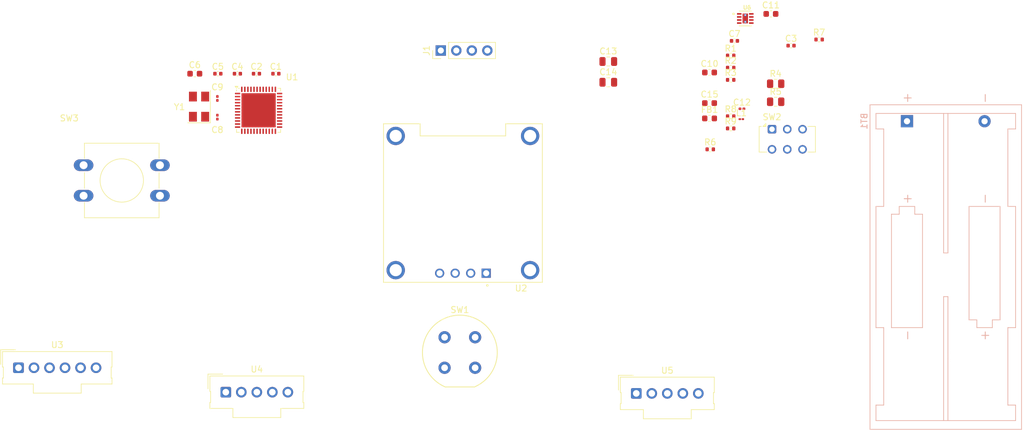
<source format=kicad_pcb>
(kicad_pcb (version 20240108) (generator "pcbnew") (generator_version "8.0")
  (layers (0 "F.Cu" signal) (31 "B.Cu" signal) (34 "B.Paste" user) (35 "F.Paste" user) (36 "B.SilkS" user "B.Silkscreen") (37 "F.SilkS" user "F.Silkscreen") (38 "B.Mask" user) (39 "F.Mask" user) (44 "Edge.Cuts" user))
  (net 0 "")
  (net 1 "Net-(BT1-+)")
  (net 2 "GND")
  (net 3 "+STEP_UP_3.3V")
  (net 4 "Net-(C7-Pad1)")
  (net 5 "/HSE_OUT")
  (net 6 "/HSE_IN")
  (net 7 "DISPLAY_BUTTON_INPUT")
  (net 8 "/STEP_UP_3.3V")
  (net 9 "FB")
  (net 10 "Net-(U1-VCAP1)")
  (net 11 "Net-(U6-AGND)")
  (net 12 "/SWCLK")
  (net 13 "/SWDIO")
  (net 14 "Net-(L1-Pad2)")
  (net 15 "Net-(U3-EN)")
  (net 16 "Net-(R2-Pad2)")
  (net 17 "ADC1_IN0_BATT_VOLTAGE")
  (net 18 "EN")
  (net 19 "Net-(SW2A-B)")
  (net 20 "RESET_PIN")
  (net 21 "/BOOT0")
  (net 26 "I2C1_SCL")
  (net 27 "I2C1_SDA")
  (net 29 "ADC1_IN1_SPEED_CONTROL")
  (net 30 "USART1_TX")
  (net 44 "HM_10_STATE")
  (net 50 "USART1_RX")
  (net 52 "ADC1_IN2_ANGLE_CONTROL")
  (footprint "Inductor_SMD:L_0603_1608Metric" (layer "F.Cu") (at 158.975 62.13)
    (property "Reference" "FB1" (at 0 -1.43 0) (layer "F.SilkS"))
    (property "Value" "FerriteBead")
    (fp_line (start -0.162779 -0.51) (end 0.162779 -0.51) (stroke (width 0.12)) (layer "F.SilkS"))
    (fp_line (start -0.162779 0.51) (end 0.162779 0.51) (stroke (width 0.12)) (layer "F.SilkS"))
    (pad "1" smd roundrect (at -0.7875 0) (size 0.875 0.95) (layers "F.Cu" "F.Paste" "F.Mask") (net 11 "Net-(U6-AGND)"))
    (pad "2" smd roundrect (at 0.7875 0) (size 0.875 0.95) (layers "F.Cu" "F.Paste" "F.Mask") (net 2 "GND"))
  )
  (footprint "Capacitor_SMD:C_0402_1005Metric" (layer "F.Cu") (at 81.68 54.8)
    (property "Reference" "C4" (at 0 -1.16 0) (layer "F.SilkS"))
    (property "Value" "100n")
    (fp_line (start -0.107836 -0.36) (end 0.107836 -0.36) (stroke (width 0.12)) (layer "F.SilkS"))
    (fp_line (start -0.107836 0.36) (end 0.107836 0.36) (stroke (width 0.12)) (layer "F.SilkS"))
    (pad "1" smd roundrect (at -0.48 0) (size 0.56 0.62) (layers "F.Cu" "F.Paste" "F.Mask") (net 3 "+STEP_UP_3.3V"))
    (pad "2" smd roundrect (at 0.48 0) (size 0.56 0.62) (layers "F.Cu" "F.Paste" "F.Mask") (net 2 "GND"))
  )
  (footprint "Capacitor_SMD:C_0201_0603Metric" (layer "F.Cu") (at 78.4 58.855 90)
    (property "Reference" "C9" (at 1.855 0 0) (layer "F.SilkS"))
    (property "Value" "20p")
    (pad "1" smd roundrect (at -0.32 0 90) (size 0.46 0.4) (layers "F.Cu" "F.Mask") (net 6 "/HSE_IN"))
    (pad "2" smd roundrect (at 0.32 0 90) (size 0.46 0.4) (layers "F.Cu" "F.Mask") (net 2 "GND"))
  )
  (footprint "Capacitor_SMD:C_0402_1005Metric" (layer "F.Cu") (at 163.055 49.42)
    (property "Reference" "C7" (at 0 -1.16 0) (layer "F.SilkS"))
    (property "Value" "100n")
    (fp_line (start -0.107836 -0.36) (end 0.107836 -0.36) (stroke (width 0.12)) (layer "F.SilkS"))
    (fp_line (start -0.107836 0.36) (end 0.107836 0.36) (stroke (width 0.12)) (layer "F.SilkS"))
    (pad "1" smd roundrect (at -0.48 0) (size 0.56 0.62) (layers "F.Cu" "F.Paste" "F.Mask") (net 4 "Net-(C7-Pad1)"))
    (pad "2" smd roundrect (at 0.48 0) (size 0.56 0.62) (layers "F.Cu" "F.Paste" "F.Mask") (net 2 "GND"))
  )
  (footprint "Package_DFN_QFN:QFN-48-1EP_7x7mm_P0.5mm_EP5.6x5.6mm" (layer "F.Cu") (at 85.15 60.8)
    (property "Reference" "U1" (at 5.48 -5.43 0) (layer "F.SilkS"))
    (property "Value" "STM32F401CCU6")
    (fp_line (start -3.61 -3.135) (end -3.61 -3.37) (stroke (width 0.12)) (layer "F.SilkS"))
    (fp_line (start -3.61 3.61) (end -3.61 3.135) (stroke (width 0.12)) (layer "F.SilkS"))
    (fp_line (start -3.135 -3.61) (end -3.31 -3.61) (stroke (width 0.12)) (layer "F.SilkS"))
    (fp_line (start -3.135 3.61) (end -3.61 3.61) (stroke (width 0.12)) (layer "F.SilkS"))
    (fp_line (start 3.135 -3.61) (end 3.61 -3.61) (stroke (width 0.12)) (layer "F.SilkS"))
    (fp_line (start 3.135 3.61) (end 3.61 3.61) (stroke (width 0.12)) (layer "F.SilkS"))
    (fp_line (start 3.61 -3.61) (end 3.61 -3.135) (stroke (width 0.12)) (layer "F.SilkS"))
    (fp_line (start 3.61 3.61) (end 3.61 3.135) (stroke (width 0.12)) (layer "F.SilkS"))
    (fp_poly (pts (xy -3.61 -3.61) (xy -3.85 -3.94) (xy -3.37 -3.94) (xy -3.61 -3.61)) (stroke (width 0.12)) (fill solid) (layer "F.SilkS"))
    (pad "1" smd roundrect (at -3.4375 -2.75) (size 0.875 0.25) (layers "F.Cu" "F.Paste" "F.Mask") (net 3 "+STEP_UP_3.3V"))
    (pad "2" smd roundrect (at -3.4375 -2.25) (size 0.875 0.25) (layers "F.Cu" "F.Paste" "F.Mask"))
    (pad "3" smd roundrect (at -3.4375 -1.75) (size 0.875 0.25) (layers "F.Cu" "F.Paste" "F.Mask"))
    (pad "4" smd roundrect (at -3.4375 -1.25) (size 0.875 0.25) (layers "F.Cu" "F.Paste" "F.Mask"))
    (pad "5" smd roundrect (at -3.4375 -0.75) (size 0.875 0.25) (layers "F.Cu" "F.Paste" "F.Mask") (net 6 "/HSE_IN"))
    (pad "6" smd roundrect (at -3.4375 -0.25) (size 0.875 0.25) (layers "F.Cu" "F.Paste" "F.Mask") (net 5 "/HSE_OUT"))
    (pad "7" smd roundrect (at -3.4375 0.25) (size 0.875 0.25) (layers "F.Cu" "F.Paste" "F.Mask") (net 20 "RESET_PIN"))
    (pad "8" smd roundrect (at -3.4375 0.75) (size 0.875 0.25) (layers "F.Cu" "F.Paste" "F.Mask") (net 2 "GND"))
    (pad "9" smd roundrect (at -3.4375 1.25) (size 0.875 0.25) (layers "F.Cu" "F.Paste" "F.Mask"))
    (pad "10" smd roundrect (at -3.4375 1.75) (size 0.875 0.25) (layers "F.Cu" "F.Paste" "F.Mask") (net 17 "ADC1_IN0_BATT_VOLTAGE"))
    (pad "11" smd roundrect (at -3.4375 2.25) (size 0.875 0.25) (layers "F.Cu" "F.Paste" "F.Mask") (net 29 "ADC1_IN1_SPEED_CONTROL"))
    (pad "12" smd roundrect (at -3.4375 2.75) (size 0.875 0.25) (layers "F.Cu" "F.Paste" "F.Mask") (net 52 "ADC1_IN2_ANGLE_CONTROL"))
    (pad "13" smd roundrect (at -2.75 3.4375) (size 0.25 0.875) (layers "F.Cu" "F.Paste" "F.Mask"))
    (pad "14" smd roundrect (at -2.25 3.4375) (size 0.25 0.875) (layers "F.Cu" "F.Paste" "F.Mask") (net 7 "DISPLAY_BUTTON_INPUT"))
    (pad "15" smd roundrect (at -1.75 3.4375) (size 0.25 0.875) (layers "F.Cu" "F.Paste" "F.Mask") (net 44 "HM_10_STATE"))
    (pad "16" smd roundrect (at -1.25 3.4375) (size 0.25 0.875) (layers "F.Cu" "F.Paste" "F.Mask"))
    (pad "17" smd roundrect (at -0.75 3.4375) (size 0.25 0.875) (layers "F.Cu" "F.Paste" "F.Mask"))
    (pad "18" smd roundrect (at -0.25 3.4375) (size 0.25 0.875) (layers "F.Cu" "F.Paste" "F.Mask"))
    (pad "19" smd roundrect (at 0.25 3.4375) (size 0.25 0.875) (layers "F.Cu" "F.Paste" "F.Mask"))
    (pad "20" smd roundrect (at 0.75 3.4375) (size 0.25 0.875) (layers "F.Cu" "F.Paste" "F.Mask"))
    (pad "21" smd roundrect (at 1.25 3.4375) (size 0.25 0.875) (layers "F.Cu" "F.Paste" "F.Mask"))
    (pad "22" smd roundrect (at 1.75 3.4375) (size 0.25 0.875) (layers "F.Cu" "F.Paste" "F.Mask") (net 10 "Net-(U1-VCAP1)"))
    (pad "23" smd roundrect (at 2.25 3.4375) (size 0.25 0.875) (layers "F.Cu" "F.Paste" "F.Mask") (net 2 "GND"))
    (pad "24" smd roundrect (at 2.75 3.4375) (size 0.25 0.875) (layers "F.Cu" "F.Paste" "F.Mask") (net 3 "+STEP_UP_3.3V"))
    (pad "25" smd roundrect (at 3.4375 2.75) (size 0.875 0.25) (layers "F.Cu" "F.Paste" "F.Mask"))
    (pad "26" smd roundrect (at 3.4375 2.25) (size 0.875 0.25) (layers "F.Cu" "F.Paste" "F.Mask"))
    (pad "27" smd roundrect (at 3.4375 1.75) (size 0.875 0.25) (layers "F.Cu" "F.Paste" "F.Mask"))
    (pad "28" smd roundrect (at 3.4375 1.25) (size 0.875 0.25) (layers "F.Cu" "F.Paste" "F.Mask"))
    (pad "29" smd roundrect (at 3.4375 0.75) (size 0.875 0.25) (layers "F.Cu" "F.Paste" "F.Mask"))
    (pad "30" smd roundrect (at 3.4375 0.25) (size 0.875 0.25) (layers "F.Cu" "F.Paste" "F.Mask") (net 30 "USART1_TX"))
    (pad "31" smd roundrect (at 3.4375 -0.25) (size 0.875 0.25) (layers "F.Cu" "F.Paste" "F.Mask") (net 50 "USART1_RX"))
    (pad "32" smd roundrect (at 3.4375 -0.75) (size 0.875 0.25) (layers "F.Cu" "F.Paste" "F.Mask"))
    (pad "33" smd roundrect (at 3.4375 -1.25) (size 0.875 0.25) (layers "F.Cu" "F.Paste" "F.Mask"))
    (pad "34" smd roundrect (at 3.4375 -1.75) (size 0.875 0.25) (layers "F.Cu" "F.Paste" "F.Mask") (net 13 "/SWDIO"))
    (pad "35" smd roundrect (at 3.4375 -2.25) (size 0.875 0.25) (layers "F.Cu" "F.Paste" "F.Mask") (net 2 "GND"))
    (pad "36" smd roundrect (at 3.4375 -2.75) (size 0.875 0.25) (layers "F.Cu" "F.Paste" "F.Mask") (net 3 "+STEP_UP_3.3V"))
    (pad "37" smd roundrect (at 2.75 -3.4375) (size 0.25 0.875) (layers "F.Cu" "F.Paste" "F.Mask") (net 12 "/SWCLK"))
    (pad "38" smd roundrect (at 2.25 -3.4375) (size 0.25 0.875) (layers "F.Cu" "F.Paste" "F.Mask"))
    (pad "39" smd roundrect (at 1.75 -3.4375) (size 0.25 0.875) (layers "F.Cu" "F.Paste" "F.Mask"))
    (pad "40" smd roundrect (at 1.25 -3.4375) (size 0.25 0.875) (layers "F.Cu" "F.Paste" "F.Mask"))
    (pad "41" smd roundrect (at 0.75 -3.4375) (size 0.25 0.875) (layers "F.Cu" "F.Paste" "F.Mask"))
    (pad "42" smd roundrect (at 0.25 -3.4375) (size 0.25 0.875) (layers "F.Cu" "F.Paste" "F.Mask") (net 27 "I2C1_SDA"))
    (pad "43" smd roundrect (at -0.25 -3.4375) (size 0.25 0.875) (layers "F.Cu" "F.Paste" "F.Mask") (net 26 "I2C1_SCL"))
    (pad "44" smd roundrect (at -0.75 -3.4375) (size 0.25 0.875) (layers "F.Cu" "F.Paste" "F.Mask") (net 21 "/BOOT0"))
    (pad "45" smd roundrect (at -1.25 -3.4375) (size 0.25 0.875) (layers "F.Cu" "F.Paste" "F.Mask"))
    (pad "46" smd roundrect (at -1.75 -3.4375) (size 0.25 0.875) (layers "F.Cu" "F.Paste" "F.Mask"))
    (pad "47" smd roundrect (at -2.25 -3.4375) (size 0.25 0.875) (layers "F.Cu" "F.Paste" "F.Mask") (net 2 "GND"))
    (pad "48" smd roundrect (at -2.75 -3.4375) (size 0.25 0.875) (layers "F.Cu" "F.Paste" "F.Mask") (net 3 "+STEP_UP_3.3V"))
    (pad "49" smd rect (at 0 0) (size 5.6 5.6) (property pad_prop_heatsink) (layers "F.Cu" "F.Mask") (net 2 "GND"))
  )
  (footprint "OLED-DISPLAY-128x64:MODULE_DM-OLED096-636" (layer "F.Cu") (at 118.6 76 180)
    (property "Reference" "U2" (at -9.525 -13.97 180) (layer "F.SilkS"))
    (property "Value" "OLED DISPLAY")
    (fp_line (start 13 13) (end 7 13) (stroke (width 0.127)) (layer "F.SilkS"))
    (fp_line (start 13 -13) (end 13 13) (stroke (width 0.127)) (layer "F.SilkS"))
    (fp_line (start 7 13) (end 7 11) (stroke (width 0.127)) (layer "F.SilkS"))
    (fp_line (start 7 11) (end -7 11) (stroke (width 0.127)) (layer "F.SilkS"))
    (fp_line (start -7 13) (end -13 13) (stroke (width 0.127)) (layer "F.SilkS"))
    (fp_line (start -7 11) (end -7 13) (stroke (width 0.127)) (layer "F.SilkS"))
    (fp_line (start -13 13) (end -13 -13) (stroke (width 0.127)) (layer "F.SilkS"))
    (fp_line (start -13 -13) (end 13 -13) (stroke (width 0.127)) (layer "F.SilkS"))
    (fp_circle (center -4 -13.5) (end -3.9 -13.5) (stroke (width 0.2)) (fill none) (layer "F.SilkS"))
    (pad "1" thru_hole rect (at -3.81 -11.5 180) (size 1.508 1.508) (drill 1) (layers "*.Cu" "*.Mask") (net 2 "GND"))
    (pad "2" thru_hole circle (at -1.27 -11.5 180) (size 1.508 1.508) (drill 1) (layers "*.Cu" "*.Mask") (net 3 "+STEP_UP_3.3V"))
    (pad "3" thru_hole circle (at 1.27 -11.5 180) (size 1.508 1.508) (drill 1) (layers "*.Cu" "*.Mask") (net 27 "I2C1_SDA"))
    (pad "4" thru_hole circle (at 3.81 -11.5 180) (size 1.508 1.508) (drill 1) (layers "*.Cu" "*.Mask") (net 26 "I2C1_SCL"))
    (pad "S1" thru_hole circle (at -11 -11 180) (size 3 3) (drill 2) (layers "*.Cu" "*.Mask"))
    (pad "S2" thru_hole circle (at 11 -11 180) (size 3 3) (drill 2) (layers "*.Cu" "*.Mask"))
    (pad "S3" thru_hole circle (at 11 11 180) (size 3 3) (drill 2) (layers "*.Cu" "*.Mask"))
    (pad "S4" thru_hole circle (at -11 11 180) (size 3 3) (drill 2) (layers "*.Cu" "*.Mask"))
  )
  (footprint "Connector_Molex:Molex_SL_171971-0005_1x05_P2.54mm_Vertical" (layer "F.Cu") (at 79.78 107)
    (property "Reference" "U4" (at 5.08 -3.75 0) (layer "F.SilkS"))
    (property "Value" "~")
    (fp_line (start -2.91 -2.96) (end -0.5 -2.96) (stroke (width 0.12)) (layer "F.SilkS"))
    (fp_line (start -2.91 -0.55) (end -2.91 -2.96) (stroke (width 0.12)) (layer "F.SilkS"))
    (fp_line (start -2.61 -2.66) (end -2.61 -0.13) (stroke (width 0.12)) (layer "F.SilkS"))
    (fp_line (start -2.61 -0.13) (end -2.48 -0.13) (stroke (width 0.12)) (layer "F.SilkS"))
    (fp_line (start -2.61 1.68) (end -2.61 2.66) (stroke (width 0.12)) (layer "F.SilkS"))
    (fp_line (start -2.61 2.66) (end 1.16 2.66) (stroke (width 0.12)) (layer "F.SilkS"))
    (fp_line (start -2.48 -0.13) (end -2.48 1.68) (stroke (width 0.12)) (layer "F.SilkS"))
    (fp_line (start -2.48 1.68) (end -2.61 1.68) (stroke (width 0.12)) (layer "F.SilkS"))
    (fp_line (start 1.16 2.66) (end 1.16 4.16) (stroke (width 0.12)) (layer "F.SilkS"))
    (fp_line (start 1.16 4.16) (end 9 4.16) (stroke (width 0.12)) (layer "F.SilkS"))
    (fp_line (start 9 2.66) (end 12.77 2.66) (stroke (width 0.12)) (layer "F.SilkS"))
    (fp_line (start 9 4.16) (end 9 2.66) (stroke (width 0.12)) (layer "F.SilkS"))
    (fp_line (start 12.64 -0.13) (end 12.77 -0.13) (stroke (width 0.12)) (layer "F.SilkS"))
    (fp_line (start 12.64 1.68) (end 12.64 -0.13) (stroke (width 0.12)) (layer "F.SilkS"))
    (fp_line (start 12.77 -2.66) (end -2.61 -2.66) (stroke (width 0.12)) (layer "F.SilkS"))
    (fp_line (start 12.77 -0.13) (end 12.77 -2.66) (stroke (width 0.12)) (layer "F.SilkS"))
    (fp_line (start 12.77 1.68) (end 12.64 1.68) (stroke (width 0.12)) (layer "F.SilkS"))
    (fp_line (start 12.77 2.66) (end 12.77 1.68) (stroke (width 0.12)) (layer "F.SilkS"))
    (pad "1" thru_hole roundrect (at 0 0) (size 1.74 1.74) (drill 1.09) (layers "*.Cu" "*.Mask") (roundrect_rratio 0.143678) (net 3 "+STEP_UP_3.3V"))
    (pad "2" thru_hole circle (at 2.54 0) (size 1.74 1.74) (drill 1.09) (layers "*.Cu" "*.Mask") (net 29 "ADC1_IN1_SPEED_CONTROL"))
    (pad "3" thru_hole circle (at 5.08 0) (size 1.74 1.74) (drill 1.09) (layers "*.Cu" "*.Mask"))
    (pad "4" thru_hole circle (at 7.62 0) (size 1.74 1.74) (drill 1.09) (layers "*.Cu" "*.Mask"))
    (pad "5" thru_hole circle (at 10.16 0) (size 1.74 1.74) (drill 1.09) (layers "*.Cu" "*.Mask") (net 2 "GND"))
  )
  (footprint "Capacitor_SMD:C_0603_1608Metric" (layer "F.Cu") (at 158.975 54.6)
    (property "Reference" "C10" (at 0 -1.43 0) (layer "F.SilkS"))
    (property "Value" "1u")
    (fp_line (start -0.14058 -0.51) (end 0.14058 -0.51) (stroke (width 0.12)) (layer "F.SilkS"))
    (fp_line (start -0.14058 0.51) (end 0.14058 0.51) (stroke (width 0.12)) (layer "F.SilkS"))
    (pad "1" smd roundrect (at -0.775 0) (size 0.9 0.95) (layers "F.Cu" "F.Paste" "F.Mask") (net 7 "DISPLAY_BUTTON_INPUT"))
    (pad "2" smd roundrect (at 0.775 0) (size 0.9 0.95) (layers "F.Cu" "F.Paste" "F.Mask") (net 2 "GND"))
  )
  (footprint "Capacitor_SMD:C_0603_1608Metric" (layer "F.Cu") (at 158.975 59.62)
    (property "Reference" "C15" (at 0 -1.43 0) (layer "F.SilkS"))
    (property "Value" "2,2u")
    (fp_line (start -0.14058 -0.51) (end 0.14058 -0.51) (stroke (width 0.12)) (layer "F.SilkS"))
    (fp_line (start -0.14058 0.51) (end 0.14058 0.51) (stroke (width 0.12)) (layer "F.SilkS"))
    (pad "1" smd roundrect (at -0.775 0) (size 0.9 0.95) (layers "F.Cu" "F.Paste" "F.Mask") (net 10 "Net-(U1-VCAP1)"))
    (pad "2" smd roundrect (at 0.775 0) (size 0.9 0.95) (layers "F.Cu" "F.Paste" "F.Mask") (net 2 "GND"))
  )
  (footprint "Resistor_SMD:R_0402_1005Metric" (layer "F.Cu") (at 162.435 51.83)
    (property "Reference" "R1" (at 0 -1.17 0) (layer "F.SilkS"))
    (property "Value" "10k")
    (fp_line (start -0.153641 -0.38) (end 0.153641 -0.38) (stroke (width 0.12)) (layer "F.SilkS"))
    (fp_line (start -0.153641 0.38) (end 0.153641 0.38) (stroke (width 0.12)) (layer "F.SilkS"))
    (pad "1" smd roundrect (at -0.51 0) (size 0.54 0.64) (layers "F.Cu" "F.Paste" "F.Mask") (net 3 "+STEP_UP_3.3V"))
    (pad "2" smd roundrect (at 0.51 0) (size 0.54 0.64) (layers "F.Cu" "F.Paste" "F.Mask") (net 15 "Net-(U3-EN)"))
  )
  (footprint "Capacitor_SMD:C_0805_2012Metric" (layer "F.Cu") (at 142.4 56.2)
    (property "Reference" "C14" (at 0 -1.68 0) (layer "F.SilkS"))
    (property "Value" "22u")
    (fp_line (start -0.261252 -0.735) (end 0.261252 -0.735) (stroke (width 0.12)) (layer "F.SilkS"))
    (fp_line (start -0.261252 0.735) (end 0.261252 0.735) (stroke (width 0.12)) (layer "F.SilkS"))
    (pad "1" smd roundrect (at -0.95 0) (size 1 1.45) (layers "F.Cu" "F.Paste" "F.Mask") (net 8 "/STEP_UP_3.3V"))
    (pad "2" smd roundrect (at 0.95 0) (size 1 1.45) (layers "F.Cu" "F.Paste" "F.Mask") (net 2 "GND"))
  )
  (footprint "Resistor_SMD:R_0402_1005Metric" (layer "F.Cu") (at 162.435 55.81)
    (property "Reference" "R3" (at 0 -1.17 0) (layer "F.SilkS"))
    (property "Value" "10K")
    (fp_line (start -0.153641 -0.38) (end 0.153641 -0.38) (stroke (width 0.12)) (layer "F.SilkS"))
    (fp_line (start -0.153641 0.38) (end 0.153641 0.38) (stroke (width 0.12)) (layer "F.SilkS"))
    (pad "1" smd roundrect (at -0.51 0) (size 0.54 0.64) (layers "F.Cu" "F.Paste" "F.Mask") (net 16 "Net-(R2-Pad2)"))
    (pad "2" smd roundrect (at 0.51 0) (size 0.54 0.64) (layers "F.Cu" "F.Paste" "F.Mask") (net 7 "DISPLAY_BUTTON_INPUT"))
  )
  (footprint "Resistor_SMD:R_0805_2012Metric" (layer "F.Cu") (at 169.8 56.45)
    (property "Reference" "R4" (at 0 -1.65 0) (layer "F.SilkS"))
    (property "Value" "316K")
    (fp_line (start -0.227064 -0.735) (end 0.227064 -0.735) (stroke (width 0.12)) (layer "F.SilkS"))
    (fp_line (start -0.227064 0.735) (end 0.227064 0.735) (stroke (width 0.12)) (layer "F.SilkS"))
    (pad "1" smd roundrect (at -0.9125 0) (size 1.025 1.4) (layers "F.Cu" "F.Paste" "F.Mask") (roundrect_rratio 0.243902) (net 8 "/STEP_UP_3.3V"))
    (pad "2" smd roundrect (at 0.9125 0) (size 1.025 1.4) (layers "F.Cu" "F.Paste" "F.Mask") (roundrect_rratio 0.243902) (net 9 "FB"))
  )
  (footprint "Capacitor_SMD:C_0201_0603Metric" (layer "F.Cu") (at 78.4 61.92 90)
    (property "Reference" "C8" (at -2.08 0 0) (layer "F.SilkS"))
    (property "Value" "20p")
    (pad "1" smd roundrect (at -0.32 0 90) (size 0.46 0.4) (layers "F.Cu" "F.Mask") (net 5 "/HSE_OUT"))
    (pad "2" smd roundrect (at 0.32 0 90) (size 0.46 0.4) (layers "F.Cu" "F.Mask") (net 2 "GND"))
  )
  (footprint "Capacitor_SMD:C_0603_1608Metric" (layer "F.Cu") (at 169.025 45)
    (property "Reference" "C11" (at 0 -1.43 0) (layer "F.SilkS"))
    (property "Value" "10u")
    (fp_line (start -0.14058 -0.51) (end 0.14058 -0.51) (stroke (width 0.12)) (layer "F.SilkS"))
    (fp_line (start -0.14058 0.51) (end 0.14058 0.51) (stroke (width 0.12)) (layer "F.SilkS"))
    (pad "1" smd roundrect (at -0.775 0) (size 0.9 0.95) (layers "F.Cu" "F.Paste" "F.Mask") (net 1 "Net-(BT1-+)"))
    (pad "2" smd roundrect (at 0.775 0) (size 0.9 0.95) (layers "F.Cu" "F.Paste" "F.Mask") (net 2 "GND"))
  )
  (footprint "Resistor_SMD:R_0402_1005Metric" (layer "F.Cu") (at 162.435 61.78)
    (property "Reference" "R8" (at 0 -1.17 0) (layer "F.SilkS"))
    (property "Value" "10K")
    (fp_line (start -0.153641 -0.38) (end 0.153641 -0.38) (stroke (width 0.12)) (layer "F.SilkS"))
    (fp_line (start -0.153641 0.38) (end 0.153641 0.38) (stroke (width 0.12)) (layer "F.SilkS"))
    (pad "1" smd roundrect (at -0.51 0) (size 0.54 0.64) (layers "F.Cu" "F.Paste" "F.Mask") (net 3 "+STEP_UP_3.3V"))
    (pad "2" smd roundrect (at 0.51 0) (size 0.54 0.64) (layers "F.Cu" "F.Paste" "F.Mask") (net 20 "RESET_PIN"))
  )
  (footprint "Crystal:Crystal_SMD_5032-4Pin_5.0x3.2mm" (layer "F.Cu") (at 75.4 60.2 90)
    (property "Reference" "Y1" (at -0.05 -3.2 0) (layer "F.SilkS"))
    (property "Value" "8Mhz")
    (fp_line (start -2.65 -1.85) (end -2.65 1.85) (stroke (width 0.12)) (layer "F.SilkS"))
    (fp_line (start -2.65 1.85) (end 2.65 1.85) (stroke (width 0.12)) (layer "F.SilkS"))
    (pad "1" smd rect (at -1.65 1 90) (size 1.6 1.3) (layers "F.Cu" "F.Paste" "F.Mask") (net 6 "/HSE_IN"))
    (pad "2" smd rect (at 1.65 1 90) (size 1.6 1.3) (layers "F.Cu" "F.Paste" "F.Mask") (net 2 "GND"))
    (pad "3" smd rect (at 1.65 -1 90) (size 1.6 1.3) (layers "F.Cu" "F.Paste" "F.Mask") (net 5 "/HSE_OUT"))
    (pad "4" smd rect (at -1.65 -1 90) (size 1.6 1.3) (layers "F.Cu" "F.Paste" "F.Mask") (net 2 "GND"))
  )
  (footprint "Button_Switch_THT:Push_E-Switch_KS01Q01" (layer "F.Cu") (at 115.6 98)
    (property "Reference" "SW1" (at 2.5 -4.5 0) (layer "F.SilkS"))
    (property "Value" "DISPLAY_BUTTON")
    (fp_line (start 4.89 8.14) (end 0.11 8.14) (stroke (width 0.15)) (layer "F.SilkS"))
    (fp_arc (start 0.11 8.14) (mid 2.496283 -3.625495) (end 4.896843 8.137095) (stroke (width 0.15)) (layer "F.SilkS"))
    (pad "1" thru_hole circle (at 0 0) (size 2 2) (drill 1.1) (layers "*.Cu" "*.Mask") (net 2 "GND"))
    (pad "2" thru_hole circle (at 5 0) (size 2 2) (drill 1.1) (layers "*.Cu" "*.Mask") (net 16 "Net-(R2-Pad2)"))
    (pad "3" thru_hole circle (at 0 5) (size 2 2) (drill 1.1) (layers "*.Cu" "*.Mask"))
    (pad "4" thru_hole circle (at 5 5) (size 2 2) (drill 1.1) (layers "*.Cu" "*.Mask"))
  )
  (footprint "Connector_Molex:Molex_SL_171971-0006_1x06_P2.54mm_Vertical" (layer "F.Cu") (at 45.84 103)
    (property "Reference" "U3" (at 6.35 -3.75 0) (layer "F.SilkS"))
    (property "Value" "~")
    (fp_line (start -2.91 -2.96) (end -0.5 -2.96) (stroke (width 0.12)) (layer "F.SilkS"))
    (fp_line (start -2.91 -0.55) (end -2.91 -2.96) (stroke (width 0.12)) (layer "F.SilkS"))
    (fp_line (start -2.61 -2.66) (end -2.61 -0.13) (stroke (width 0.12)) (layer "F.SilkS"))
    (fp_line (start -2.61 -0.13) (end -2.48 -0.13) (stroke (width 0.12)) (layer "F.SilkS"))
    (fp_line (start -2.61 1.68) (end -2.61 2.66) (stroke (width 0.12)) (layer "F.SilkS"))
    (fp_line (start -2.61 2.66) (end 2.43 2.66) (stroke (width 0.12)) (layer "F.SilkS"))
    (fp_line (start -2.48 -0.13) (end -2.48 1.68) (stroke (width 0.12)) (layer "F.SilkS"))
    (fp_line (start -2.48 1.68) (end -2.61 1.68) (stroke (width 0.12)) (layer "F.SilkS"))
    (fp_line (start 2.43 2.66) (end 2.43 4.16) (stroke (width 0.12)) (layer "F.SilkS"))
    (fp_line (start 2.43 4.16) (end 10.27 4.16) (stroke (width 0.12)) (layer "F.SilkS"))
    (fp_line (start 10.27 2.66) (end 15.31 2.66) (stroke (width 0.12)) (layer "F.SilkS"))
    (fp_line (start 10.27 4.16) (end 10.27 2.66) (stroke (width 0.12)) (layer "F.SilkS"))
    (fp_line (start 15.18 -0.13) (end 15.31 -0.13) (stroke (width 0.12)) (layer "F.SilkS"))
    (fp_line (start 15.18 1.68) (end 15.18 -0.13) (stroke (width 0.12)) (layer "F.SilkS"))
    (fp_line (start 15.31 -2.66) (end -2.61 -2.66) (stroke (width 0.12)) (layer "F.SilkS"))
    (fp_line (start 15.31 -0.13) (end 15.31 -2.66) (stroke (width 0.12)) (layer "F.SilkS"))
    (fp_line (start 15.31 1.68) (end 15.18 1.68) (stroke (width 0.12)) (layer "F.SilkS"))
    (fp_line (start 15.31 2.66) (end 15.31 1.68) (stroke (width 0.12)) (layer "F.SilkS"))
    (pad "1" thru_hole roundrect (at 0 0) (size 1.74 1.74) (drill 1.09) (layers "*.Cu" "*.Mask") (roundrect_rratio 0.143678) (net 2 "GND"))
    (pad "2" thru_hole circle (at 2.54 0) (size 1.74 1.74) (drill 1.09) (layers "*.Cu" "*.Mask") (net 44 "HM_10_STATE"))
    (pad "3" thru_hole circle (at 5.08 0) (size 1.74 1.74) (drill 1.09) (layers "*.Cu" "*.Mask") (net 30 "USART1_TX"))
    (pad "4" thru_hole circle (at 7.62 0) (size 1.74 1.74) (drill 1.09) (layers "*.Cu" "*.Mask") (net 50 "USART1_RX"))
    (pad "5" thru_hole circle (at 10.16 0) (size 1.74 1.74) (drill 1.09) (layers "*.Cu" "*.Mask") (net 15 "Net-(U3-EN)"))
    (pad "6" thru_hole circle (at 12.7 0) (size 1.74 1.74) (drill 1.09) (layers "*.Cu" "*.Mask") (net 3 "+STEP_UP_3.3V"))
  )
  (footprint "dc-dc_step-up:SON50P200X200X80-9N" (layer "F.Cu") (at 164.825 45.75)
    (property "Reference" "U6" (at 0.292 -1.7934 0) (layer "F.SilkS") (effects (font (size 0.64 0.64))))
    (property "Value" "TPS61021ADSGR")
    (fp_line (start -1 -1.21) (end 1 -1.21) (stroke (width 0.127)) (layer "F.SilkS"))
    (fp_line (start -1 1.21) (end 1 1.21) (stroke (width 0.127)) (layer "F.SilkS"))
    (fp_circle (center -1.925 -0.75) (end -1.825 -0.75) (stroke (width 0.2)) (fill none) (layer "F.SilkS"))
    (pad "1" smd roundrect (at -0.985 -0.75) (size 0.74 0.28) (layers "F.Cu" "F.Paste" "F.Mask") (roundrect_rratio 0.04) (net 11 "Net-(U6-AGND)"))
    (pad "2" smd roundrect (at -0.985 -0.25) (size 0.74 0.28) (layers "F.Cu" "F.Paste" "F.Mask") (roundrect_rratio 0.04) (net 9 "FB"))
    (pad "3" smd roundrect (at -0.985 0.25) (size 0.74 0.28) (layers "F.Cu" "F.Paste" "F.Mask") (roundrect_rratio 0.04) (net 8 "/STEP_UP_3.3V"))
    (pad "4" smd roundrect (at -0.985 0.75) (size 0.74 0.28) (layers "F.Cu" "F.Paste" "F.Mask") (roundrect_rratio 0.04) (net 8 "/STEP_UP_3.3V"))
    (pad "5" smd roundrect (at 0.985 0.75) (size 0.74 0.28) (layers "F.Cu" "F.Paste" "F.Mask") (roundrect_rratio 0.04) (net 18 "EN"))
    (pad "6" smd roundrect (at 0.985 0.25) (size 0.74 0.28) (layers "F.Cu" "F.Paste" "F.Mask") (roundrect_rratio 0.04) (net 14 "Net-(L1-Pad2)"))
    (pad "7" smd roundrect (at 0.985 -0.25) (size 0.74 0.28) (layers "F.Cu" "F.Paste" "F.Mask") (roundrect_rratio 0.04) (net 14 "Net-(L1-Pad2)"))
    (pad "8" smd roundrect (at 0.985 -0.75) (size 0.74 0.28) (layers "F.Cu" "F.Paste" "F.Mask") (roundrect_rratio 0.04) (net 1 "Net-(BT1-+)"))
    (pad "9" smd rect (at 0 0) (size 0.9 1.6) (layers "F.Cu" "F.Mask") (net 11 "Net-(U6-AGND)"))
    (pad "9_1" thru_hole circle (at 0 -0.55) (size 0.4 0.4) (drill 0.2) (layers "*.Cu"))
    (pad "9_2" thru_hole circle (at 0 0.55) (size 0.4 0.4) (drill 0.2) (layers "*.Cu"))
  )
  (footprint "Button_Switch_THT:SW_CK_JS202011AQN_DPDT_Angled" (layer "F.Cu") (at 169.2 63.9)
    (property "Reference" "SW2" (at 0 -2 0) (layer "F.SilkS"))
    (property "Value" "SW_DPDT_x2")
    (fp_line (start -2.1 -0.45) (end -2.1 3.75) (stroke (width 0.12)) (layer "F.SilkS"))
    (fp_line (start -2.1 3.75) (end -0.9 3.75) (stroke (width 0.12)) (layer "F.SilkS"))
    (fp_line (start -1.75 -0.45) (end -2.1 -0.45) (stroke (width 0.12)) (layer "F.SilkS"))
    (fp_line (start 5.9 -0.45) (end 7.1 -0.45) (stroke (width 0.12)) (layer "F.SilkS"))
    (fp_line (start 7.1 -0.45) (end 7.1 3.75) (stroke (width 0.12)) (layer "F.SilkS"))
    (fp_line (start 7.1 3.75) (end 5.9 3.75) (stroke (width 0.12)) (layer "F.SilkS"))
    (fp_poly (pts (xy -1 -0.45) (xy -1.48 -0.45) (xy -1 -0.93) (xy -1 -0.45)) (stroke (width 0.12)) (fill solid) (layer "F.SilkS"))
    (pad "1" thru_hole roundrect (at 0 0) (size 1.4 1.4) (drill 0.9) (layers "*.Cu" "*.Mask") (roundrect_rratio 0.1785714286) (net 2 "GND"))
    (pad "2" thru_hole circle (at 2.5 0) (size 1.4 1.4) (drill 0.9) (layers "*.Cu" "*.Mask") (net 19 "Net-(SW2A-B)"))
    (pad "3" thru_hole circle (at 5 0) (size 1.4 1.4) (drill 0.9) (layers "*.Cu" "*.Mask") (net 1 "Net-(BT1-+)"))
    (pad "4" thru_hole circle (at 5 3.3) (size 1.4 1.4) (drill 0.9) (layers "*.Cu" "*.Mask"))
    (pad "5" thru_hole circle (at 2.5 3.3) (size 1.4 1.4) (drill 0.9) (layers "*.Cu" "*.Mask"))
    (pad "6" thru_hole circle (at 0 3.3) (size 1.4 1.4) (drill 0.9) (layers "*.Cu" "*.Mask"))
  )
  (footprint "Resistor_SMD:R_0402_1005Metric" (layer "F.Cu") (at 176.915 49.2)
    (property "Reference" "R7" (at 0 -1.17 0) (layer "F.SilkS"))
    (property "Value" "1K")
    (fp_line (start -0.153641 -0.38) (end 0.153641 -0.38) (stroke (width 0.12)) (layer "F.SilkS"))
    (fp_line (start -0.153641 0.38) (end 0.153641 0.38) (stroke (width 0.12)) (layer "F.SilkS"))
    (pad "1" smd roundrect (at -0.51 0) (size 0.54 0.64) (layers "F.Cu" "F.Paste" "F.Mask") (net 19 "Net-(SW2A-B)"))
    (pad "2" smd roundrect (at 0.51 0) (size 0.54 0.64) (layers "F.Cu" "F.Paste" "F.Mask") (net 18 "EN"))
  )
  (footprint "Resistor_SMD:R_0805_2012Metric" (layer "F.Cu") (at 169.8 59.4)
    (property "Reference" "R5" (at 0 -1.65 0) (layer "F.SilkS"))
    (property "Value" "100K")
    (fp_line (start -0.227064 -0.735) (end 0.227064 -0.735) (stroke (width 0.12)) (layer "F.SilkS"))
    (fp_line (start -0.227064 0.735) (end 0.227064 0.735) (stroke (width 0.12)) (layer "F.SilkS"))
    (pad "1" smd roundrect (at -0.9125 0) (size 1.025 1.4) (layers "F.Cu" "F.Paste" "F.Mask") (roundrect_rratio 0.243902) (net 9 "FB"))
    (pad "2" smd roundrect (at 0.9125 0) (size 1.025 1.4) (layers "F.Cu" "F.Paste" "F.Mask") (roundrect_rratio 0.243902) (net 2 "GND"))
  )
  (footprint "Capacitor_SMD:C_0402_1005Metric" (layer "F.Cu") (at 78.48 54.8)
    (property "Reference" "C5" (at 0 -1.16 0) (layer "F.SilkS"))
    (property "Value" "100n")
    (fp_line (start -0.107836 -0.36) (end 0.107836 -0.36) (stroke (width 0.12)) (layer "F.SilkS"))
    (fp_line (start -0.107836 0.36) (end 0.107836 0.36) (stroke (width 0.12)) (layer "F.SilkS"))
    (pad "1" smd roundrect (at -0.48 0) (size 0.56 0.62) (layers "F.Cu" "F.Paste" "F.Mask") (net 3 "+STEP_UP_3.3V"))
    (pad "2" smd roundrect (at 0.48 0) (size 0.56 0.62) (layers "F.Cu" "F.Paste" "F.Mask") (net 2 "GND"))
  )
  (footprint "Connector_Molex:Molex_SL_171971-0005_1x05_P2.54mm_Vertical" (layer "F.Cu") (at 146.98 107.2)
    (property "Reference" "U5" (at 5.08 -3.75 0) (layer "F.SilkS"))
    (property "Value" "~")
    (fp_line (start -2.91 -2.96) (end -0.5 -2.96) (stroke (width 0.12)) (layer "F.SilkS"))
    (fp_line (start -2.91 -0.55) (end -2.91 -2.96) (stroke (width 0.12)) (layer "F.SilkS"))
    (fp_line (start -2.61 -2.66) (end -2.61 -0.13) (stroke (width 0.12)) (layer "F.SilkS"))
    (fp_line (start -2.61 -0.13) (end -2.48 -0.13) (stroke (width 0.12)) (layer "F.SilkS"))
    (fp_line (start -2.61 1.68) (end -2.61 2.66) (stroke (width 0.12)) (layer "F.SilkS"))
    (fp_line (start -2.61 2.66) (end 1.16 2.66) (stroke (width 0.12)) (layer "F.SilkS"))
    (fp_line (start -2.48 -0.13) (end -2.48 1.68) (stroke (width 0.12)) (layer "F.SilkS"))
    (fp_line (start -2.48 1.68) (end -2.61 1.68) (stroke (width 0.12)) (layer "F.SilkS"))
    (fp_line (start 1.16 2.66) (end 1.16 4.16) (stroke (width 0.12)) (layer "F.SilkS"))
    (fp_line (start 1.16 4.16) (end 9 4.16) (stroke (width 0.12)) (layer "F.SilkS"))
    (fp_line (start 9 2.66) (end 12.77 2.66) (stroke (width 0.12)) (layer "F.SilkS"))
    (fp_line (start 9 4.16) (end 9 2.66) (stroke (width 0.12)) (layer "F.SilkS"))
    (fp_line (start 12.64 -0.13) (end 12.77 -0.13) (stroke (width 0.12)) (layer "F.SilkS"))
    (fp_line (start 12.64 1.68) (end 12.64 -0.13) (stroke (width 0.12)) (layer "F.SilkS"))
    (fp_line (start 12.77 -2.66) (end -2.61 -2.66) (stroke (width 0.12)) (layer "F.SilkS"))
    (fp_line (start 12.77 -0.13) (end 12.77 -2.66) (stroke (width 0.12)) (layer "F.SilkS"))
    (fp_line (start 12.77 1.68) (end 12.64 1.68) (stroke (width 0.12)) (layer "F.SilkS"))
    (fp_line (start 12.77 2.66) (end 12.77 1.68) (stroke (width 0.12)) (layer "F.SilkS"))
    (pad "1" thru_hole roundrect (at 0 0) (size 1.74 1.74) (drill 1.09) (layers "*.Cu" "*.Mask") (roundrect_rratio 0.143678) (net 3 "+STEP_UP_3.3V"))
    (pad "2" thru_hole circle (at 2.54 0) (size 1.74 1.74) (drill 1.09) (layers "*.Cu" "*.Mask"))
    (pad "3" thru_hole circle (at 5.08 0) (size 1.74 1.74) (drill 1.09) (layers "*.Cu" "*.Mask") (net 52 "ADC1_IN2_ANGLE_CONTROL"))
    (pad "4" thru_hole circle (at 7.62 0) (size 1.74 1.74) (drill 1.09) (layers "*.Cu" "*.Mask"))
    (pad "5" thru_hole circle (at 10.16 0) (size 1.74 1.74) (drill 1.09) (layers "*.Cu" "*.Mask") (net 2 "GND"))
  )
  (footprint "Inductor_SMD:L_01005_0402Metric" (layer "F.Cu") (at 164.18 62.25)
    (property "Reference" "L1" (at 0 -1 0) (layer "F.SilkS"))
    (property "Value" "0.47u")
    (pad "1" smd roundrect (at -0.25 0) (size 0.4 0.3) (layers "F.Cu" "F.Mask") (net 1 "Net-(BT1-+)"))
    (pad "2" smd roundrect (at 0.25 0) (size 0.4 0.3) (layers "F.Cu" "F.Mask") (net 14 "Net-(L1-Pad2)"))
  )
  (footprint "Capacitor_SMD:C_0603_1608Metric" (layer "F.Cu") (at 74.705 54.8)
    (property "Reference" "C6" (at 0 -1.43 0) (layer "F.SilkS"))
    (property "Value" "10u")
    (fp_line (start -0.14058 -0.51) (end 0.14058 -0.51) (stroke (width 0.12)) (layer "F.SilkS"))
    (fp_line (start -0.14058 0.51) (end 0.14058 0.51) (stroke (width 0.12)) (layer "F.SilkS"))
    (pad "1" smd roundrect (at -0.775 0) (size 0.9 0.95) (layers "F.Cu" "F.Paste" "F.Mask") (net 3 "+STEP_UP_3.3V"))
    (pad "2" smd roundrect (at 0.775 0) (size 0.9 0.95) (layers "F.Cu" "F.Paste" "F.Mask") (net 2 "GND"))
  )
  (footprint "Resistor_SMD:R_0402_1005Metric" (layer "F.Cu") (at 162.435 63.77)
    (property "Reference" "R9" (at 0 -1.17 0) (layer "F.SilkS"))
    (property "Value" "1K")
    (fp_line (start -0.153641 -0.38) (end 0.153641 -0.38) (stroke (width 0.12)) (layer "F.SilkS"))
    (fp_line (start -0.153641 0.38) (end 0.153641 0.38) (stroke (width 0.12)) (layer "F.SilkS"))
    (pad "1" smd roundrect (at -0.51 0) (size 0.54 0.64) (layers "F.Cu" "F.Paste" "F.Mask") (net 2 "GND"))
    (pad "2" smd roundrect (at 0.51 0) (size 0.54 0.64) (layers "F.Cu" "F.Paste" "F.Mask") (net 21 "/BOOT0"))
  )
  (footprint "Button_Switch_THT:SW_PUSH-12mm" (layer "F.Cu") (at 56.5 69.8)
    (property "Reference" "SW3" (at -2.35 -7.7 0) (layer "F.SilkS"))
    (property "Value" "RESET_BUTTON")
    (fp_line (start 0.14 -3.61) (end 0.14 -1.1) (stroke (width 0.12)) (layer "F.SilkS"))
    (fp_line (start 0.14 -3.61) (end 12.36 -3.61) (stroke (width 0.12)) (layer "F.SilkS"))
    (fp_line (start 0.14 1.2) (end 0.14 3.8) (stroke (width 0.12)) (layer "F.SilkS"))
    (fp_line (start 0.14 6.1) (end 0.14 8.61) (stroke (width 0.12)) (layer "F.SilkS"))
    (fp_line (start 12.36 -3.61) (end 12.36 -1.1) (stroke (width 0.12)) (layer "F.SilkS"))
    (fp_line (start 12.36 1.2) (end 12.36 3.8) (stroke (width 0.12)) (layer "F.SilkS"))
    (fp_line (start 12.36 6.1) (end 12.36 8.61) (stroke (width 0.12)) (layer "F.SilkS"))
    (fp_line (start 12.36 8.61) (end 0.14 8.61) (stroke (width 0.12)) (layer "F.SilkS"))
    (fp_circle (center 6.25 2.5) (end 9.8 2.5) (stroke (width 0.12)) (fill none) (layer "F.SilkS"))
    (pad "1" thru_hole oval (at 0 0) (size 3.2 1.9) (drill 1.3) (layers "*.Cu" "*.Mask") (net 4 "Net-(C7-Pad1)"))
    (pad "1" thru_hole oval (at 12.5 0) (size 3.2 1.9) (drill 1.3) (layers "*.Cu" "*.Mask") (net 4 "Net-(C7-Pad1)"))
    (pad "2" thru_hole oval (at 0 5) (size 3.2 1.9) (drill 1.3) (layers "*.Cu" "*.Mask") (net 20 "RESET_PIN"))
    (pad "2" thru_hole oval (at 12.5 5) (size 3.2 1.9) (drill 1.3) (layers "*.Cu" "*.Mask") (net 20 "RESET_PIN"))
  )
  (footprint "Capacitor_SMD:C_0805_2012Metric" (layer "F.Cu") (at 142.4 52.8)
    (property "Reference" "C13" (at 0 -1.68 0) (layer "F.SilkS"))
    (property "Value" "22u")
    (fp_line (start -0.261252 -0.735) (end 0.261252 -0.735) (stroke (width 0.12)) (layer "F.SilkS"))
    (fp_line (start -0.261252 0.735) (end 0.261252 0.735) (stroke (width 0.12)) (layer "F.SilkS"))
    (pad "1" smd roundrect (at -0.95 0) (size 1 1.45) (layers "F.Cu" "F.Paste" "F.Mask") (net 8 "/STEP_UP_3.3V"))
    (pad "2" smd roundrect (at 0.95 0) (size 1 1.45) (layers "F.Cu" "F.Paste" "F.Mask") (net 2 "GND"))
  )
  (footprint "Connector_PinHeader_2.54mm:PinHeader_1x04_P2.54mm_Vertical" (layer "F.Cu") (at 114.98 51 90)
    (property "Reference" "J1" (at 0 -2.33 270) (layer "F.SilkS"))
    (property "Value" "Conn_01x04_Pin")
    (fp_line (start -1.33 -1.33) (end 0 -1.33) (stroke (width 0.12)) (layer "F.SilkS"))
    (fp_line (start -1.33 0) (end -1.33 -1.33) (stroke (width 0.12)) (layer "F.SilkS"))
    (fp_line (start 1.33 1.27) (end 1.33 8.95) (stroke (width 0.12)) (layer "F.SilkS"))
    (fp_line (start -1.33 1.27) (end 1.33 1.27) (stroke (width 0.12)) (layer "F.SilkS"))
    (fp_line (start -1.33 1.27) (end -1.33 8.95) (stroke (width 0.12)) (layer "F.SilkS"))
    (fp_line (start -1.33 8.95) (end 1.33 8.95) (stroke (width 0.12)) (layer "F.SilkS"))
    (pad "1" thru_hole rect (at 0 0 90) (size 1.7 1.7) (drill 1) (layers "*.Cu" "*.Mask") (net 3 "+STEP_UP_3.3V"))
    (pad "2" thru_hole oval (at 0 2.54 90) (size 1.7 1.7) (drill 1) (layers "*.Cu" "*.Mask") (net 13 "/SWDIO"))
    (pad "3" thru_hole oval (at 0 5.08 90) (size 1.7 1.7) (drill 1) (layers "*.Cu" "*.Mask") (net 12 "/SWCLK"))
    (pad "4" thru_hole oval (at 0 7.62 90) (size 1.7 1.7) (drill 1) (layers "*.Cu" "*.Mask") (net 2 "GND"))
  )
  (footprint "Resistor_SMD:R_0402_1005Metric" (layer "F.Cu") (at 162.435 53.82)
    (property "Reference" "R2" (at 0 -1.17 0) (layer "F.SilkS"))
    (property "Value" "10K")
    (fp_line (start -0.153641 -0.38) (end 0.153641 -0.38) (stroke (width 0.12)) (layer "F.SilkS"))
    (fp_line (start -0.153641 0.38) (end 0.153641 0.38) (stroke (width 0.12)) (layer "F.SilkS"))
    (pad "1" smd roundrect (at -0.51 0) (size 0.54 0.64) (layers "F.Cu" "F.Paste" "F.Mask") (net 3 "+STEP_UP_3.3V"))
    (pad "2" smd roundrect (at 0.51 0) (size 0.54 0.64) (layers "F.Cu" "F.Paste" "F.Mask") (net 16 "Net-(R2-Pad2)"))
  )
  (footprint "Capacitor_SMD:C_0402_1005Metric" (layer "F.Cu") (at 172.32 50.2)
    (property "Reference" "C3" (at 0 -1.16 0) (layer "F.SilkS"))
    (property "Value" "100n")
    (fp_line (start -0.107836 -0.36) (end 0.107836 -0.36) (stroke (width 0.12)) (layer "F.SilkS"))
    (fp_line (start -0.107836 0.36) (end 0.107836 0.36) (stroke (width 0.12)) (layer "F.SilkS"))
    (pad "1" smd roundrect (at -0.48 0) (size 0.56 0.62) (layers "F.Cu" "F.Paste" "F.Mask") (net 3 "+STEP_UP_3.3V"))
    (pad "2" smd roundrect (at 0.48 0) (size 0.56 0.62) (layers "F.Cu" "F.Paste" "F.Mask") (net 2 "GND"))
  )
  (footprint "Capacitor_SMD:C_0201_0603Metric" (layer "F.Cu") (at 164.28 60.55)
    (property "Reference" "C12" (at 0 -1.05 0) (layer "F.SilkS"))
    (property "Value" "10p")
    (pad "1" smd roundrect (at -0.32 0) (size 0.46 0.4) (layers "F.Cu" "F.Mask") (net 8 "/STEP_UP_3.3V"))
    (pad "2" smd roundrect (at 0.32 0) (size 0.46 0.4) (layers "F.Cu" "F.Mask") (net 9 "FB"))
  )
  (footprint "Resistor_SMD:R_0402_1005Metric" (layer "F.Cu") (at 159.09 67.2)
    (property "Reference" "R6" (at 0 -1.17 0) (layer "F.SilkS"))
    (property "Value" "1K")
    (fp_line (start -0.153641 -0.38) (end 0.153641 -0.38) (stroke (width 0.12)) (layer "F.SilkS"))
    (fp_line (start -0.153641 0.38) (end 0.153641 0.38) (stroke (width 0.12)) (layer "F.SilkS"))
    (pad "1" smd roundrect (at -0.51 0) (size 0.54 0.64) (layers "F.Cu" "F.Paste" "F.Mask") (net 1 "Net-(BT1-+)"))
    (pad "2" smd roundrect (at 0.51 0) (size 0.54 0.64) (layers "F.Cu" "F.Paste" "F.Mask") (net 17 "ADC1_IN0_BATT_VOLTAGE"))
  )
  (footprint "Capacitor_SMD:C_0402_1005Metric" (layer "F.Cu") (at 87.98 54.8)
    (property "Reference" "C1" (at 0 -1.16 0) (layer "F.SilkS"))
    (property "Value" "100n")
    (fp_line (start -0.107836 -0.36) (end 0.107836 -0.36) (stroke (width 0.12)) (layer "F.SilkS"))
    (fp_line (start -0.107836 0.36) (end 0.107836 0.36) (stroke (width 0.12)) (layer "F.SilkS"))
    (pad "1" smd roundrect (at -0.48 0) (size 0.56 0.62) (layers "F.Cu" "F.Paste" "F.Mask") (net 3 "+STEP_UP_3.3V"))
    (pad "2" smd roundrect (at 0.48 0) (size 0.56 0.62) (layers "F.Cu" "F.Paste" "F.Mask") (net 2 "GND"))
  )
  (footprint "Capacitor_SMD:C_0402_1005Metric" (layer "F.Cu") (at 84.8 54.8)
    (property "Reference" "C2" (at 0 -1.16 0) (layer "F.SilkS"))
    (property "Value" "100n")
    (fp_line (start -0.107836 -0.36) (end 0.107836 -0.36) (stroke (width 0.12)) (layer "F.SilkS"))
    (fp_line (start -0.107836 0.36) (end 0.107836 0.36) (stroke (width 0.12)) (layer "F.SilkS"))
    (pad "1" smd roundrect (at -0.48 0) (size 0.56 0.62) (layers "F.Cu" "F.Paste" "F.Mask") (net 3 "+STEP_UP_3.3V"))
    (pad "2" smd roundrect (at 0.48 0) (size 0.56 0.62) (layers "F.Cu" "F.Paste" "F.Mask") (net 2 "GND"))
  )
  (footprint "Battery:BatteryHolder_Keystone_2468_2xAAA" (layer "B.Cu") (at 191.3 62.59 -90)
    (property "Reference" "BT1" (at 0 7 90) (layer "B.SilkS") (effects (justify mirror)))
    (property "Value" "3V")
    (fp_line (start -2.7 6.055) (end 50.5 6.055) (stroke (width 0.12)) (layer "B.SilkS"))
    (fp_line (start 50.5 6.05) (end 50.5 -18.75) (stroke (width 0.12)) (layer "B.SilkS"))
    (fp_line (start -1.27 5.08) (end 1.27 5.08) (stroke (width 0.12)) (layer "B.SilkS"))
    (fp_line (start 1.27 5.08) (end 1.27 3.81) (stroke (width 0.12)) (layer "B.SilkS"))
    (fp_line (start 13.97 5.08) (end 33.83 5.08) (stroke (width 0.12)) (layer "B.SilkS"))
    (fp_line (start 33.83 5.08) (end 33.83 3.81) (stroke (width 0.12)) (layer "B.SilkS"))
    (fp_line (start 46.53 5.08) (end 49.07 5.08) (stroke (width 0.12)) (layer "B.SilkS"))
    (fp_line (start 13.97 3.81) (end 13.97 5.08) (stroke (width 0.12)) (layer "B.SilkS"))
    (fp_line (start 13.97 3.81) (end 1.27 3.81) (stroke (width 0.12)) (layer "B.SilkS"))
    (fp_line (start 33.83 3.81) (end 46.53 3.81) (stroke (width 0.12)) (layer "B.SilkS"))
    (fp_line (start 46.53 3.81) (end 46.53 5.08) (stroke (width 0.12)) (layer "B.SilkS"))
    (fp_line (start 15.24 2.54) (end 15.24 1.27) (stroke (width 0.12)) (layer "B.SilkS"))
    (fp_line (start 33.83 2.54) (end 15.24 2.54) (stroke (width 0.12)) (layer "B.SilkS"))
    (fp_line (start 13.97 1.27) (end 13.97 -1.27) (stroke (width 0.12)) (layer "B.SilkS"))
    (fp_line (start 15.24 1.27) (end 13.97 1.27) (stroke (width 0.12)) (layer "B.SilkS"))
    (fp_line (start 13.97 -1.27) (end 15.24 -1.27) (stroke (width 0.12)) (layer "B.SilkS"))
    (fp_line (start 15.24 -1.27) (end 15.24 -2.54) (stroke (width 0.12)) (layer "B.SilkS"))
    (fp_line (start 15.24 -2.54) (end 33.83 -2.54) (stroke (width 0.12)) (layer "B.SilkS"))
    (fp_line (start 33.83 -2.54) (end 33.83 2.54) (stroke (width 0.12)) (layer "B.SilkS"))
    (fp_line (start 21.59 -6) (end -1.27 -6) (stroke (width 0.12)) (layer "B.SilkS"))
    (fp_line (start 28.75 -6) (end 49.07 -6) (stroke (width 0.12)) (layer "B.SilkS"))
    (fp_line (start -1.27 -6.7) (end 21.59 -6.7) (stroke (width 0.12)) (layer "B.SilkS"))
    (fp_line (start 21.59 -6.7) (end 21.59 -6) (stroke (width 0.12)) (layer "B.SilkS"))
    (fp_line (start 28.75 -6.7) (end 28.75 -6) (stroke (width 0.12)) (layer "B.SilkS"))
    (fp_line (start 49.07 -6.7) (end 28.75 -6.7) (stroke (width 0.12)) (layer "B.SilkS"))
    (fp_line (start 13.97 -10.16) (end 13.97 -15.24) (stroke (width 0.12)) (layer "B.SilkS"))
    (fp_line (start 32.56 -10.16) (end 13.97 -10.16) (stroke (width 0.12)) (layer "B.SilkS"))
    (fp_line (start 32.56 -11.43) (end 32.56 -10.16) (stroke (width 0.12)) (layer "B.SilkS"))
    (fp_line (start 33.83 -11.43) (end 32.56 -11.43) (stroke (width 0.12)) (layer "B.SilkS"))
    (fp_line (start 32.56 -13.97) (end 33.83 -13.97) (stroke (width 0.12)) (layer "B.SilkS"))
    (fp_line (start 33.83 -13.97) (end 33.83 -11.43) (stroke (width 0.12)) (layer "B.SilkS"))
    (fp_line (start 13.97 -15.24) (end 32.56 -15.24) (stroke (width 0.12)) (layer "B.SilkS"))
    (fp_line (start 32.56 -15.24) (end 32.56 -13.97) (stroke (width 0.12)) (layer "B.SilkS"))
    (fp_line (start 1.27 -16.51) (end 1.27 -17.78) (stroke (width 0.12)) (layer "B.SilkS"))
    (fp_line (start 13.97 -16.51) (end 1.27 -16.51) (stroke (width 0.12)) (layer "B.SilkS"))
    (fp_line (start 33.83 -16.51) (end 46.53 -16.51) (stroke (width 0.12)) (layer "B.SilkS"))
    (fp_line (start 33.83 -16.51) (end 33.83 -17.78) (stroke (width 0.12)) (layer "B.SilkS"))
    (fp_line (start 46.53 -16.51) (end 46.53 -17.78) (stroke (width 0.12)) (layer "B.SilkS"))
    (fp_line (start -1.27 -17.78) (end -1.27 5.08) (stroke (width 0.12)) (layer "B.SilkS"))
    (fp_line (start 1.27 -17.78) (end -1.27 -17.78) (stroke (width 0.12)) (layer "B.SilkS"))
    (fp_line (start 13.97 -17.78) (end 13.97 -16.51) (stroke (width 0.12)) (layer "B.SilkS"))
    (fp_line (start 33.83 -17.78) (end 13.97 -17.78) (stroke (width 0.12)) (layer "B.SilkS"))
    (fp_line (start 46.53 -17.78) (end 49.07 -17.78) (stroke (width 0.12)) (layer "B.SilkS"))
    (fp_line (start 49.07 -17.78) (end 49.07 5.08) (stroke (width 0.12)) (layer "B.SilkS"))
    (fp_line (start -2.7 -18.75) (end -2.7 6.05) (stroke (width 0.12)) (layer "B.SilkS"))
    (fp_line (start 50.5 -18.755) (end -2.7 -18.755) (stroke (width 0.12)) (layer "B.SilkS"))
    (fp_text user "+" (at 35.1 -12.7 90) (layer "B.SilkS") (effects (font (size 1.5 1.5)) (justify mirror)))
    (fp_text user "+" (at -3.81 0 90) (layer "B.SilkS") (effects (font (size 1.5 1.5)) (justify mirror)))
    (fp_text user "-" (at 35.1 0 90) (layer "B.SilkS") (effects (font (size 1.5 1.5)) (justify mirror)))
    (fp_text user "-" (at -3.81 -12.7 90) (layer "B.SilkS") (effects (font (size 1.5 1.5)) (justify mirror)))
    (fp_text user "+" (at 12.7 0 90) (layer "B.SilkS") (effects (font (size 1.5 1.5)) (justify mirror)))
    (fp_text user "-" (at 12.7 -12.7 90) (layer "B.SilkS") (effects (font (size 1.5 1.5)) (justify mirror)))
    (pad "" np_thru_hole circle (at 8.64 -4 270) (size 3.45 3.45) (drill 3.45) (layers "*.Cu"))
    (pad "" np_thru_hole circle (at 38.61 -8.7 270) (size 3.45 3.45) (drill 3.45) (layers "*.Cu" "*.Mask"))
    (pad "1" thru_hole rect (at 0 0 270) (size 2 2) (drill 1.02) (layers "*.Cu" "*.Mask") (net 1 "Net-(BT1-+)"))
    (pad "2" thru_hole circle (at 0 -12.7 270) (size 2 2) (drill 1.02) (layers "*.Cu" "*.Mask") (net 2 "GND"))
  )
)
</source>
